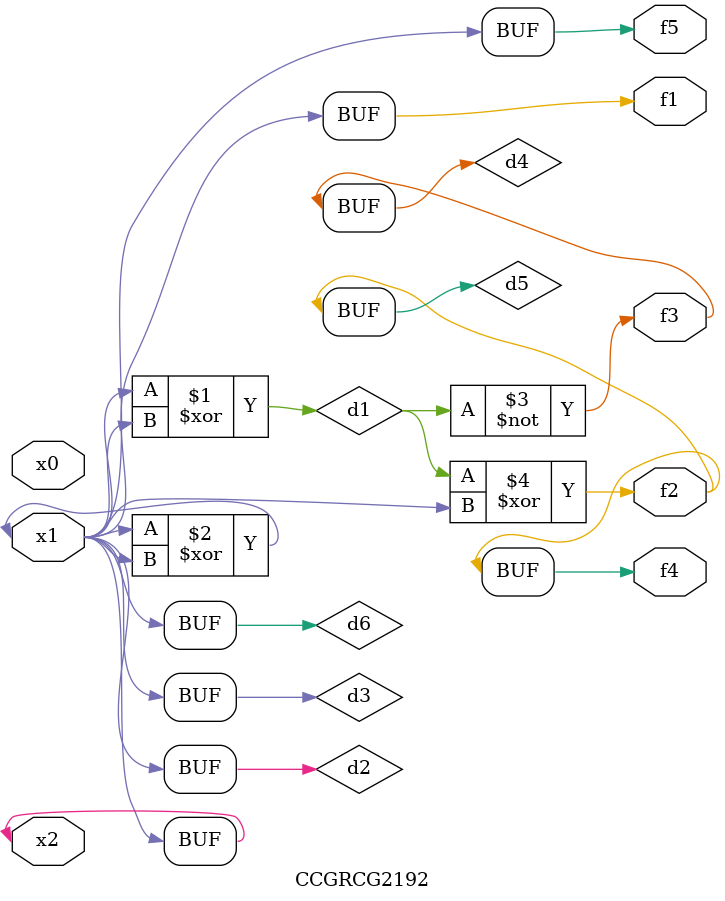
<source format=v>
module CCGRCG2192(
	input x0, x1, x2,
	output f1, f2, f3, f4, f5
);

	wire d1, d2, d3, d4, d5, d6;

	xor (d1, x1, x2);
	buf (d2, x1, x2);
	xor (d3, x1, x2);
	nor (d4, d1);
	xor (d5, d1, d2);
	buf (d6, d2, d3);
	assign f1 = d6;
	assign f2 = d5;
	assign f3 = d4;
	assign f4 = d5;
	assign f5 = d6;
endmodule

</source>
